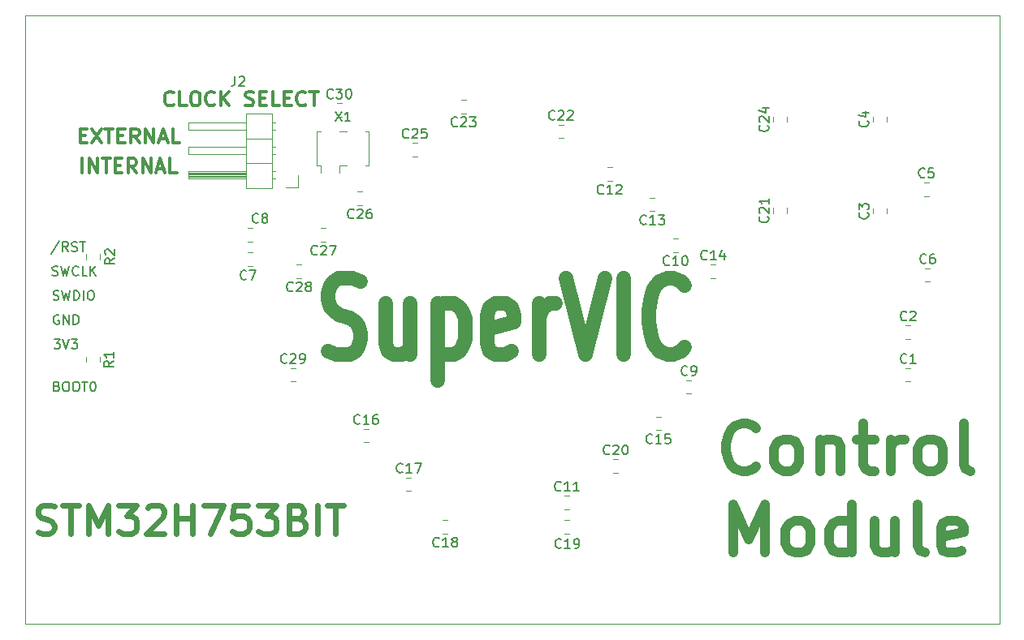
<source format=gbr>
G04 #@! TF.GenerationSoftware,KiCad,Pcbnew,(5.1.9)-1*
G04 #@! TF.CreationDate,2021-06-15T15:58:53-04:00*
G04 #@! TF.ProjectId,SuperVIC-STM32,53757065-7256-4494-932d-53544d33322e,rev?*
G04 #@! TF.SameCoordinates,Original*
G04 #@! TF.FileFunction,Legend,Top*
G04 #@! TF.FilePolarity,Positive*
%FSLAX46Y46*%
G04 Gerber Fmt 4.6, Leading zero omitted, Abs format (unit mm)*
G04 Created by KiCad (PCBNEW (5.1.9)-1) date 2021-06-15 15:58:53*
%MOMM*%
%LPD*%
G01*
G04 APERTURE LIST*
%ADD10C,0.300000*%
%ADD11C,0.150000*%
%ADD12C,1.000000*%
%ADD13C,0.600000*%
%ADD14C,1.500000*%
%ADD15C,0.120000*%
G04 APERTURE END LIST*
D10*
X134243571Y-106558471D02*
X134243571Y-105058471D01*
X134957857Y-106558471D02*
X134957857Y-105058471D01*
X135815000Y-106558471D01*
X135815000Y-105058471D01*
X136315000Y-105058471D02*
X137172142Y-105058471D01*
X136743571Y-106558471D02*
X136743571Y-105058471D01*
X137672142Y-105772757D02*
X138172142Y-105772757D01*
X138386428Y-106558471D02*
X137672142Y-106558471D01*
X137672142Y-105058471D01*
X138386428Y-105058471D01*
X139886428Y-106558471D02*
X139386428Y-105844185D01*
X139029285Y-106558471D02*
X139029285Y-105058471D01*
X139600714Y-105058471D01*
X139743571Y-105129900D01*
X139815000Y-105201328D01*
X139886428Y-105344185D01*
X139886428Y-105558471D01*
X139815000Y-105701328D01*
X139743571Y-105772757D01*
X139600714Y-105844185D01*
X139029285Y-105844185D01*
X140529285Y-106558471D02*
X140529285Y-105058471D01*
X141386428Y-106558471D01*
X141386428Y-105058471D01*
X142029285Y-106129900D02*
X142743571Y-106129900D01*
X141886428Y-106558471D02*
X142386428Y-105058471D01*
X142886428Y-106558471D01*
X144100714Y-106558471D02*
X143386428Y-106558471D01*
X143386428Y-105058471D01*
X134044371Y-102673957D02*
X134544371Y-102673957D01*
X134758657Y-103459671D02*
X134044371Y-103459671D01*
X134044371Y-101959671D01*
X134758657Y-101959671D01*
X135258657Y-101959671D02*
X136258657Y-103459671D01*
X136258657Y-101959671D02*
X135258657Y-103459671D01*
X136615800Y-101959671D02*
X137472942Y-101959671D01*
X137044371Y-103459671D02*
X137044371Y-101959671D01*
X137972942Y-102673957D02*
X138472942Y-102673957D01*
X138687228Y-103459671D02*
X137972942Y-103459671D01*
X137972942Y-101959671D01*
X138687228Y-101959671D01*
X140187228Y-103459671D02*
X139687228Y-102745385D01*
X139330085Y-103459671D02*
X139330085Y-101959671D01*
X139901514Y-101959671D01*
X140044371Y-102031100D01*
X140115800Y-102102528D01*
X140187228Y-102245385D01*
X140187228Y-102459671D01*
X140115800Y-102602528D01*
X140044371Y-102673957D01*
X139901514Y-102745385D01*
X139330085Y-102745385D01*
X140830085Y-103459671D02*
X140830085Y-101959671D01*
X141687228Y-103459671D01*
X141687228Y-101959671D01*
X142330085Y-103031100D02*
X143044371Y-103031100D01*
X142187228Y-103459671D02*
X142687228Y-101959671D01*
X143187228Y-103459671D01*
X144401514Y-103459671D02*
X143687228Y-103459671D01*
X143687228Y-101959671D01*
X143749000Y-99417914D02*
X143677571Y-99489342D01*
X143463285Y-99560771D01*
X143320428Y-99560771D01*
X143106142Y-99489342D01*
X142963285Y-99346485D01*
X142891857Y-99203628D01*
X142820428Y-98917914D01*
X142820428Y-98703628D01*
X142891857Y-98417914D01*
X142963285Y-98275057D01*
X143106142Y-98132200D01*
X143320428Y-98060771D01*
X143463285Y-98060771D01*
X143677571Y-98132200D01*
X143749000Y-98203628D01*
X145106142Y-99560771D02*
X144391857Y-99560771D01*
X144391857Y-98060771D01*
X145891857Y-98060771D02*
X146177571Y-98060771D01*
X146320428Y-98132200D01*
X146463285Y-98275057D01*
X146534714Y-98560771D01*
X146534714Y-99060771D01*
X146463285Y-99346485D01*
X146320428Y-99489342D01*
X146177571Y-99560771D01*
X145891857Y-99560771D01*
X145749000Y-99489342D01*
X145606142Y-99346485D01*
X145534714Y-99060771D01*
X145534714Y-98560771D01*
X145606142Y-98275057D01*
X145749000Y-98132200D01*
X145891857Y-98060771D01*
X148034714Y-99417914D02*
X147963285Y-99489342D01*
X147749000Y-99560771D01*
X147606142Y-99560771D01*
X147391857Y-99489342D01*
X147249000Y-99346485D01*
X147177571Y-99203628D01*
X147106142Y-98917914D01*
X147106142Y-98703628D01*
X147177571Y-98417914D01*
X147249000Y-98275057D01*
X147391857Y-98132200D01*
X147606142Y-98060771D01*
X147749000Y-98060771D01*
X147963285Y-98132200D01*
X148034714Y-98203628D01*
X148677571Y-99560771D02*
X148677571Y-98060771D01*
X149534714Y-99560771D02*
X148891857Y-98703628D01*
X149534714Y-98060771D02*
X148677571Y-98917914D01*
X151249000Y-99489342D02*
X151463285Y-99560771D01*
X151820428Y-99560771D01*
X151963285Y-99489342D01*
X152034714Y-99417914D01*
X152106142Y-99275057D01*
X152106142Y-99132200D01*
X152034714Y-98989342D01*
X151963285Y-98917914D01*
X151820428Y-98846485D01*
X151534714Y-98775057D01*
X151391857Y-98703628D01*
X151320428Y-98632200D01*
X151249000Y-98489342D01*
X151249000Y-98346485D01*
X151320428Y-98203628D01*
X151391857Y-98132200D01*
X151534714Y-98060771D01*
X151891857Y-98060771D01*
X152106142Y-98132200D01*
X152749000Y-98775057D02*
X153249000Y-98775057D01*
X153463285Y-99560771D02*
X152749000Y-99560771D01*
X152749000Y-98060771D01*
X153463285Y-98060771D01*
X154820428Y-99560771D02*
X154106142Y-99560771D01*
X154106142Y-98060771D01*
X155320428Y-98775057D02*
X155820428Y-98775057D01*
X156034714Y-99560771D02*
X155320428Y-99560771D01*
X155320428Y-98060771D01*
X156034714Y-98060771D01*
X157534714Y-99417914D02*
X157463285Y-99489342D01*
X157249000Y-99560771D01*
X157106142Y-99560771D01*
X156891857Y-99489342D01*
X156749000Y-99346485D01*
X156677571Y-99203628D01*
X156606142Y-98917914D01*
X156606142Y-98703628D01*
X156677571Y-98417914D01*
X156749000Y-98275057D01*
X156891857Y-98132200D01*
X157106142Y-98060771D01*
X157249000Y-98060771D01*
X157463285Y-98132200D01*
X157534714Y-98203628D01*
X157963285Y-98060771D02*
X158820428Y-98060771D01*
X158391857Y-99560771D02*
X158391857Y-98060771D01*
D11*
X131599404Y-128833571D02*
X131742261Y-128881190D01*
X131789880Y-128928809D01*
X131837499Y-129024047D01*
X131837499Y-129166904D01*
X131789880Y-129262142D01*
X131742261Y-129309761D01*
X131647023Y-129357380D01*
X131266071Y-129357380D01*
X131266071Y-128357380D01*
X131599404Y-128357380D01*
X131694642Y-128405000D01*
X131742261Y-128452619D01*
X131789880Y-128547857D01*
X131789880Y-128643095D01*
X131742261Y-128738333D01*
X131694642Y-128785952D01*
X131599404Y-128833571D01*
X131266071Y-128833571D01*
X132456547Y-128357380D02*
X132647023Y-128357380D01*
X132742261Y-128405000D01*
X132837499Y-128500238D01*
X132885118Y-128690714D01*
X132885118Y-129024047D01*
X132837499Y-129214523D01*
X132742261Y-129309761D01*
X132647023Y-129357380D01*
X132456547Y-129357380D01*
X132361309Y-129309761D01*
X132266071Y-129214523D01*
X132218452Y-129024047D01*
X132218452Y-128690714D01*
X132266071Y-128500238D01*
X132361309Y-128405000D01*
X132456547Y-128357380D01*
X133504166Y-128357380D02*
X133694642Y-128357380D01*
X133789880Y-128405000D01*
X133885118Y-128500238D01*
X133932737Y-128690714D01*
X133932737Y-129024047D01*
X133885118Y-129214523D01*
X133789880Y-129309761D01*
X133694642Y-129357380D01*
X133504166Y-129357380D01*
X133408928Y-129309761D01*
X133313690Y-129214523D01*
X133266071Y-129024047D01*
X133266071Y-128690714D01*
X133313690Y-128500238D01*
X133408928Y-128405000D01*
X133504166Y-128357380D01*
X134218452Y-128357380D02*
X134789880Y-128357380D01*
X134504166Y-129357380D02*
X134504166Y-128357380D01*
X135313690Y-128357380D02*
X135408928Y-128357380D01*
X135504166Y-128405000D01*
X135551785Y-128452619D01*
X135599404Y-128547857D01*
X135647023Y-128738333D01*
X135647023Y-128976428D01*
X135599404Y-129166904D01*
X135551785Y-129262142D01*
X135504166Y-129309761D01*
X135408928Y-129357380D01*
X135313690Y-129357380D01*
X135218452Y-129309761D01*
X135170833Y-129262142D01*
X135123214Y-129166904D01*
X135075595Y-128976428D01*
X135075595Y-128738333D01*
X135123214Y-128547857D01*
X135170833Y-128452619D01*
X135218452Y-128405000D01*
X135313690Y-128357380D01*
X131313452Y-123912380D02*
X131932499Y-123912380D01*
X131599166Y-124293333D01*
X131742023Y-124293333D01*
X131837261Y-124340952D01*
X131884880Y-124388571D01*
X131932499Y-124483809D01*
X131932499Y-124721904D01*
X131884880Y-124817142D01*
X131837261Y-124864761D01*
X131742023Y-124912380D01*
X131456309Y-124912380D01*
X131361071Y-124864761D01*
X131313452Y-124817142D01*
X132218214Y-123912380D02*
X132551547Y-124912380D01*
X132884880Y-123912380D01*
X133122975Y-123912380D02*
X133742023Y-123912380D01*
X133408690Y-124293333D01*
X133551547Y-124293333D01*
X133646785Y-124340952D01*
X133694404Y-124388571D01*
X133742023Y-124483809D01*
X133742023Y-124721904D01*
X133694404Y-124817142D01*
X133646785Y-124864761D01*
X133551547Y-124912380D01*
X133265833Y-124912380D01*
X133170595Y-124864761D01*
X133122975Y-124817142D01*
X131796404Y-121420000D02*
X131701166Y-121372380D01*
X131558309Y-121372380D01*
X131415452Y-121420000D01*
X131320214Y-121515238D01*
X131272595Y-121610476D01*
X131224976Y-121800952D01*
X131224976Y-121943809D01*
X131272595Y-122134285D01*
X131320214Y-122229523D01*
X131415452Y-122324761D01*
X131558309Y-122372380D01*
X131653547Y-122372380D01*
X131796404Y-122324761D01*
X131844023Y-122277142D01*
X131844023Y-121943809D01*
X131653547Y-121943809D01*
X132272595Y-122372380D02*
X132272595Y-121372380D01*
X132844023Y-122372380D01*
X132844023Y-121372380D01*
X133320214Y-122372380D02*
X133320214Y-121372380D01*
X133558309Y-121372380D01*
X133701166Y-121420000D01*
X133796404Y-121515238D01*
X133844023Y-121610476D01*
X133891642Y-121800952D01*
X133891642Y-121943809D01*
X133844023Y-122134285D01*
X133796404Y-122229523D01*
X133701166Y-122324761D01*
X133558309Y-122372380D01*
X133320214Y-122372380D01*
X131224976Y-119784761D02*
X131367833Y-119832380D01*
X131605928Y-119832380D01*
X131701166Y-119784761D01*
X131748785Y-119737142D01*
X131796404Y-119641904D01*
X131796404Y-119546666D01*
X131748785Y-119451428D01*
X131701166Y-119403809D01*
X131605928Y-119356190D01*
X131415452Y-119308571D01*
X131320214Y-119260952D01*
X131272595Y-119213333D01*
X131224976Y-119118095D01*
X131224976Y-119022857D01*
X131272595Y-118927619D01*
X131320214Y-118880000D01*
X131415452Y-118832380D01*
X131653547Y-118832380D01*
X131796404Y-118880000D01*
X132129738Y-118832380D02*
X132367833Y-119832380D01*
X132558309Y-119118095D01*
X132748785Y-119832380D01*
X132986880Y-118832380D01*
X133367833Y-119832380D02*
X133367833Y-118832380D01*
X133605928Y-118832380D01*
X133748785Y-118880000D01*
X133844023Y-118975238D01*
X133891642Y-119070476D01*
X133939261Y-119260952D01*
X133939261Y-119403809D01*
X133891642Y-119594285D01*
X133844023Y-119689523D01*
X133748785Y-119784761D01*
X133605928Y-119832380D01*
X133367833Y-119832380D01*
X134367833Y-119832380D02*
X134367833Y-118832380D01*
X135034500Y-118832380D02*
X135224976Y-118832380D01*
X135320214Y-118880000D01*
X135415452Y-118975238D01*
X135463071Y-119165714D01*
X135463071Y-119499047D01*
X135415452Y-119689523D01*
X135320214Y-119784761D01*
X135224976Y-119832380D01*
X135034500Y-119832380D01*
X134939261Y-119784761D01*
X134844023Y-119689523D01*
X134796404Y-119499047D01*
X134796404Y-119165714D01*
X134844023Y-118975238D01*
X134939261Y-118880000D01*
X135034500Y-118832380D01*
X131123214Y-117244761D02*
X131266071Y-117292380D01*
X131504166Y-117292380D01*
X131599404Y-117244761D01*
X131647023Y-117197142D01*
X131694642Y-117101904D01*
X131694642Y-117006666D01*
X131647023Y-116911428D01*
X131599404Y-116863809D01*
X131504166Y-116816190D01*
X131313690Y-116768571D01*
X131218452Y-116720952D01*
X131170833Y-116673333D01*
X131123214Y-116578095D01*
X131123214Y-116482857D01*
X131170833Y-116387619D01*
X131218452Y-116340000D01*
X131313690Y-116292380D01*
X131551785Y-116292380D01*
X131694642Y-116340000D01*
X132027976Y-116292380D02*
X132266071Y-117292380D01*
X132456547Y-116578095D01*
X132647023Y-117292380D01*
X132885118Y-116292380D01*
X133837499Y-117197142D02*
X133789880Y-117244761D01*
X133647023Y-117292380D01*
X133551785Y-117292380D01*
X133408928Y-117244761D01*
X133313690Y-117149523D01*
X133266071Y-117054285D01*
X133218452Y-116863809D01*
X133218452Y-116720952D01*
X133266071Y-116530476D01*
X133313690Y-116435238D01*
X133408928Y-116340000D01*
X133551785Y-116292380D01*
X133647023Y-116292380D01*
X133789880Y-116340000D01*
X133837499Y-116387619D01*
X134742261Y-117292380D02*
X134266071Y-117292380D01*
X134266071Y-116292380D01*
X135075595Y-117292380D02*
X135075595Y-116292380D01*
X135647023Y-117292380D02*
X135218452Y-116720952D01*
X135647023Y-116292380D02*
X135075595Y-116863809D01*
X131859880Y-113704761D02*
X131002738Y-114990476D01*
X132764642Y-114752380D02*
X132431309Y-114276190D01*
X132193214Y-114752380D02*
X132193214Y-113752380D01*
X132574166Y-113752380D01*
X132669404Y-113800000D01*
X132717023Y-113847619D01*
X132764642Y-113942857D01*
X132764642Y-114085714D01*
X132717023Y-114180952D01*
X132669404Y-114228571D01*
X132574166Y-114276190D01*
X132193214Y-114276190D01*
X133145595Y-114704761D02*
X133288452Y-114752380D01*
X133526547Y-114752380D01*
X133621785Y-114704761D01*
X133669404Y-114657142D01*
X133717023Y-114561904D01*
X133717023Y-114466666D01*
X133669404Y-114371428D01*
X133621785Y-114323809D01*
X133526547Y-114276190D01*
X133336071Y-114228571D01*
X133240833Y-114180952D01*
X133193214Y-114133333D01*
X133145595Y-114038095D01*
X133145595Y-113942857D01*
X133193214Y-113847619D01*
X133240833Y-113800000D01*
X133336071Y-113752380D01*
X133574166Y-113752380D01*
X133717023Y-113800000D01*
X134002738Y-113752380D02*
X134574166Y-113752380D01*
X134288452Y-114752380D02*
X134288452Y-113752380D01*
D12*
X204471190Y-137235714D02*
X204233095Y-137473809D01*
X203518809Y-137711904D01*
X203042619Y-137711904D01*
X202328333Y-137473809D01*
X201852142Y-136997619D01*
X201614047Y-136521428D01*
X201375952Y-135569047D01*
X201375952Y-134854761D01*
X201614047Y-133902380D01*
X201852142Y-133426190D01*
X202328333Y-132950000D01*
X203042619Y-132711904D01*
X203518809Y-132711904D01*
X204233095Y-132950000D01*
X204471190Y-133188095D01*
X207328333Y-137711904D02*
X206852142Y-137473809D01*
X206614047Y-137235714D01*
X206375952Y-136759523D01*
X206375952Y-135330952D01*
X206614047Y-134854761D01*
X206852142Y-134616666D01*
X207328333Y-134378571D01*
X208042619Y-134378571D01*
X208518809Y-134616666D01*
X208756904Y-134854761D01*
X208995000Y-135330952D01*
X208995000Y-136759523D01*
X208756904Y-137235714D01*
X208518809Y-137473809D01*
X208042619Y-137711904D01*
X207328333Y-137711904D01*
X211137857Y-134378571D02*
X211137857Y-137711904D01*
X211137857Y-134854761D02*
X211375952Y-134616666D01*
X211852142Y-134378571D01*
X212566428Y-134378571D01*
X213042619Y-134616666D01*
X213280714Y-135092857D01*
X213280714Y-137711904D01*
X214947380Y-134378571D02*
X216852142Y-134378571D01*
X215661666Y-132711904D02*
X215661666Y-136997619D01*
X215899761Y-137473809D01*
X216375952Y-137711904D01*
X216852142Y-137711904D01*
X218518809Y-137711904D02*
X218518809Y-134378571D01*
X218518809Y-135330952D02*
X218756904Y-134854761D01*
X218995000Y-134616666D01*
X219471190Y-134378571D01*
X219947380Y-134378571D01*
X222328333Y-137711904D02*
X221852142Y-137473809D01*
X221614047Y-137235714D01*
X221375952Y-136759523D01*
X221375952Y-135330952D01*
X221614047Y-134854761D01*
X221852142Y-134616666D01*
X222328333Y-134378571D01*
X223042619Y-134378571D01*
X223518809Y-134616666D01*
X223756904Y-134854761D01*
X223995000Y-135330952D01*
X223995000Y-136759523D01*
X223756904Y-137235714D01*
X223518809Y-137473809D01*
X223042619Y-137711904D01*
X222328333Y-137711904D01*
X226852142Y-137711904D02*
X226375952Y-137473809D01*
X226137857Y-136997619D01*
X226137857Y-132711904D01*
X202090238Y-146211904D02*
X202090238Y-141211904D01*
X203756904Y-144783333D01*
X205423571Y-141211904D01*
X205423571Y-146211904D01*
X208518809Y-146211904D02*
X208042619Y-145973809D01*
X207804523Y-145735714D01*
X207566428Y-145259523D01*
X207566428Y-143830952D01*
X207804523Y-143354761D01*
X208042619Y-143116666D01*
X208518809Y-142878571D01*
X209233095Y-142878571D01*
X209709285Y-143116666D01*
X209947380Y-143354761D01*
X210185476Y-143830952D01*
X210185476Y-145259523D01*
X209947380Y-145735714D01*
X209709285Y-145973809D01*
X209233095Y-146211904D01*
X208518809Y-146211904D01*
X214471190Y-146211904D02*
X214471190Y-141211904D01*
X214471190Y-145973809D02*
X213995000Y-146211904D01*
X213042619Y-146211904D01*
X212566428Y-145973809D01*
X212328333Y-145735714D01*
X212090238Y-145259523D01*
X212090238Y-143830952D01*
X212328333Y-143354761D01*
X212566428Y-143116666D01*
X213042619Y-142878571D01*
X213995000Y-142878571D01*
X214471190Y-143116666D01*
X218995000Y-142878571D02*
X218995000Y-146211904D01*
X216852142Y-142878571D02*
X216852142Y-145497619D01*
X217090238Y-145973809D01*
X217566428Y-146211904D01*
X218280714Y-146211904D01*
X218756904Y-145973809D01*
X218995000Y-145735714D01*
X222090238Y-146211904D02*
X221614047Y-145973809D01*
X221375952Y-145497619D01*
X221375952Y-141211904D01*
X225899761Y-145973809D02*
X225423571Y-146211904D01*
X224471190Y-146211904D01*
X223995000Y-145973809D01*
X223756904Y-145497619D01*
X223756904Y-143592857D01*
X223995000Y-143116666D01*
X224471190Y-142878571D01*
X225423571Y-142878571D01*
X225899761Y-143116666D01*
X226137857Y-143592857D01*
X226137857Y-144069047D01*
X223756904Y-144545238D01*
D13*
X129629285Y-144089285D02*
X130057857Y-144232142D01*
X130772142Y-144232142D01*
X131057857Y-144089285D01*
X131200714Y-143946428D01*
X131343571Y-143660714D01*
X131343571Y-143375000D01*
X131200714Y-143089285D01*
X131057857Y-142946428D01*
X130772142Y-142803571D01*
X130200714Y-142660714D01*
X129914999Y-142517857D01*
X129772142Y-142375000D01*
X129629285Y-142089285D01*
X129629285Y-141803571D01*
X129772142Y-141517857D01*
X129914999Y-141375000D01*
X130200714Y-141232142D01*
X130914999Y-141232142D01*
X131343571Y-141375000D01*
X132200714Y-141232142D02*
X133914999Y-141232142D01*
X133057857Y-144232142D02*
X133057857Y-141232142D01*
X134915000Y-144232142D02*
X134915000Y-141232142D01*
X135915000Y-143375000D01*
X136915000Y-141232142D01*
X136915000Y-144232142D01*
X138057857Y-141232142D02*
X139915000Y-141232142D01*
X138915000Y-142375000D01*
X139343571Y-142375000D01*
X139629285Y-142517857D01*
X139772142Y-142660714D01*
X139915000Y-142946428D01*
X139915000Y-143660714D01*
X139772142Y-143946428D01*
X139629285Y-144089285D01*
X139343571Y-144232142D01*
X138486428Y-144232142D01*
X138200714Y-144089285D01*
X138057857Y-143946428D01*
X141057857Y-141517857D02*
X141200714Y-141375000D01*
X141486428Y-141232142D01*
X142200714Y-141232142D01*
X142486428Y-141375000D01*
X142629285Y-141517857D01*
X142772142Y-141803571D01*
X142772142Y-142089285D01*
X142629285Y-142517857D01*
X140915000Y-144232142D01*
X142772142Y-144232142D01*
X144057857Y-144232142D02*
X144057857Y-141232142D01*
X144057857Y-142660714D02*
X145772142Y-142660714D01*
X145772142Y-144232142D02*
X145772142Y-141232142D01*
X146915000Y-141232142D02*
X148915000Y-141232142D01*
X147629285Y-144232142D01*
X151486428Y-141232142D02*
X150057857Y-141232142D01*
X149915000Y-142660714D01*
X150057857Y-142517857D01*
X150343571Y-142375000D01*
X151057857Y-142375000D01*
X151343571Y-142517857D01*
X151486428Y-142660714D01*
X151629285Y-142946428D01*
X151629285Y-143660714D01*
X151486428Y-143946428D01*
X151343571Y-144089285D01*
X151057857Y-144232142D01*
X150343571Y-144232142D01*
X150057857Y-144089285D01*
X149915000Y-143946428D01*
X152629285Y-141232142D02*
X154486428Y-141232142D01*
X153486428Y-142375000D01*
X153915000Y-142375000D01*
X154200714Y-142517857D01*
X154343571Y-142660714D01*
X154486428Y-142946428D01*
X154486428Y-143660714D01*
X154343571Y-143946428D01*
X154200714Y-144089285D01*
X153915000Y-144232142D01*
X153057857Y-144232142D01*
X152772142Y-144089285D01*
X152629285Y-143946428D01*
X156772142Y-142660714D02*
X157200714Y-142803571D01*
X157343571Y-142946428D01*
X157486428Y-143232142D01*
X157486428Y-143660714D01*
X157343571Y-143946428D01*
X157200714Y-144089285D01*
X156915000Y-144232142D01*
X155772142Y-144232142D01*
X155772142Y-141232142D01*
X156772142Y-141232142D01*
X157057857Y-141375000D01*
X157200714Y-141517857D01*
X157343571Y-141803571D01*
X157343571Y-142089285D01*
X157200714Y-142375000D01*
X157057857Y-142517857D01*
X156772142Y-142660714D01*
X155772142Y-142660714D01*
X158772142Y-144232142D02*
X158772142Y-141232142D01*
X159772142Y-141232142D02*
X161486428Y-141232142D01*
X160629285Y-144232142D02*
X160629285Y-141232142D01*
D14*
X159863571Y-125158095D02*
X160720714Y-125539047D01*
X162149285Y-125539047D01*
X162720714Y-125158095D01*
X163006428Y-124777142D01*
X163292142Y-124015238D01*
X163292142Y-123253333D01*
X163006428Y-122491428D01*
X162720714Y-122110476D01*
X162149285Y-121729523D01*
X161006428Y-121348571D01*
X160435000Y-120967619D01*
X160149285Y-120586666D01*
X159863571Y-119824761D01*
X159863571Y-119062857D01*
X160149285Y-118300952D01*
X160435000Y-117920000D01*
X161006428Y-117539047D01*
X162435000Y-117539047D01*
X163292142Y-117920000D01*
X168435000Y-120205714D02*
X168435000Y-125539047D01*
X165863571Y-120205714D02*
X165863571Y-124396190D01*
X166149285Y-125158095D01*
X166720714Y-125539047D01*
X167577857Y-125539047D01*
X168149285Y-125158095D01*
X168435000Y-124777142D01*
X171292142Y-120205714D02*
X171292142Y-128205714D01*
X171292142Y-120586666D02*
X171863571Y-120205714D01*
X173006428Y-120205714D01*
X173577857Y-120586666D01*
X173863571Y-120967619D01*
X174149285Y-121729523D01*
X174149285Y-124015238D01*
X173863571Y-124777142D01*
X173577857Y-125158095D01*
X173006428Y-125539047D01*
X171863571Y-125539047D01*
X171292142Y-125158095D01*
X179006428Y-125158095D02*
X178435000Y-125539047D01*
X177292142Y-125539047D01*
X176720714Y-125158095D01*
X176435000Y-124396190D01*
X176435000Y-121348571D01*
X176720714Y-120586666D01*
X177292142Y-120205714D01*
X178435000Y-120205714D01*
X179006428Y-120586666D01*
X179292142Y-121348571D01*
X179292142Y-122110476D01*
X176435000Y-122872380D01*
X181863571Y-125539047D02*
X181863571Y-120205714D01*
X181863571Y-121729523D02*
X182149285Y-120967619D01*
X182435000Y-120586666D01*
X183006428Y-120205714D01*
X183577857Y-120205714D01*
X184720714Y-117539047D02*
X186720714Y-125539047D01*
X188720714Y-117539047D01*
X190720714Y-125539047D02*
X190720714Y-117539047D01*
X197006428Y-124777142D02*
X196720714Y-125158095D01*
X195863571Y-125539047D01*
X195292142Y-125539047D01*
X194435000Y-125158095D01*
X193863571Y-124396190D01*
X193577857Y-123634285D01*
X193292142Y-122110476D01*
X193292142Y-120967619D01*
X193577857Y-119443809D01*
X193863571Y-118681904D01*
X194435000Y-117920000D01*
X195292142Y-117539047D01*
X195863571Y-117539047D01*
X196720714Y-117920000D01*
X197006428Y-118300952D01*
D15*
X220083748Y-128345000D02*
X220606252Y-128345000D01*
X220083748Y-126925000D02*
X220606252Y-126925000D01*
X220083748Y-122480000D02*
X220606252Y-122480000D01*
X220083748Y-123900000D02*
X220606252Y-123900000D01*
X216714000Y-110814752D02*
X216714000Y-110292248D01*
X218134000Y-110814752D02*
X218134000Y-110292248D01*
X218134000Y-101226252D02*
X218134000Y-100703748D01*
X216714000Y-101226252D02*
X216714000Y-100703748D01*
X221988748Y-108977500D02*
X222511252Y-108977500D01*
X221988748Y-107557500D02*
X222511252Y-107557500D01*
X222115748Y-116511000D02*
X222638252Y-116511000D01*
X222115748Y-117931000D02*
X222638252Y-117931000D01*
X152026252Y-112320000D02*
X151503748Y-112320000D01*
X152026252Y-113740000D02*
X151503748Y-113740000D01*
X151503748Y-114860000D02*
X152026252Y-114860000D01*
X151503748Y-116280000D02*
X152026252Y-116280000D01*
X197223748Y-128195000D02*
X197746252Y-128195000D01*
X197223748Y-129615000D02*
X197746252Y-129615000D01*
X196349252Y-114819500D02*
X195826748Y-114819500D01*
X196349252Y-113399500D02*
X195826748Y-113399500D01*
X184523748Y-141680000D02*
X185046252Y-141680000D01*
X184523748Y-140260000D02*
X185046252Y-140260000D01*
X189491252Y-105970000D02*
X188968748Y-105970000D01*
X189491252Y-107390000D02*
X188968748Y-107390000D01*
X193936252Y-110565000D02*
X193413748Y-110565000D01*
X193936252Y-109145000D02*
X193413748Y-109145000D01*
X199763748Y-117550000D02*
X200286252Y-117550000D01*
X199763748Y-116130000D02*
X200286252Y-116130000D01*
X194571252Y-132005000D02*
X194048748Y-132005000D01*
X194571252Y-133425000D02*
X194048748Y-133425000D01*
X163568748Y-133275000D02*
X164091252Y-133275000D01*
X163568748Y-134695000D02*
X164091252Y-134695000D01*
X168013748Y-138355000D02*
X168536252Y-138355000D01*
X168013748Y-139775000D02*
X168536252Y-139775000D01*
X172346252Y-142800000D02*
X171823748Y-142800000D01*
X172346252Y-144220000D02*
X171823748Y-144220000D01*
X184523748Y-144220000D02*
X185046252Y-144220000D01*
X184523748Y-142800000D02*
X185046252Y-142800000D01*
X189603748Y-136450000D02*
X190126252Y-136450000D01*
X189603748Y-137870000D02*
X190126252Y-137870000D01*
X206300000Y-110751252D02*
X206300000Y-110228748D01*
X207720000Y-110751252D02*
X207720000Y-110228748D01*
X183888748Y-102945000D02*
X184411252Y-102945000D01*
X183888748Y-101525000D02*
X184411252Y-101525000D01*
X174251252Y-98921500D02*
X173728748Y-98921500D01*
X174251252Y-100341500D02*
X173728748Y-100341500D01*
X206300000Y-101226252D02*
X206300000Y-100703748D01*
X207720000Y-101226252D02*
X207720000Y-100703748D01*
X168648748Y-103430000D02*
X169171252Y-103430000D01*
X168648748Y-104850000D02*
X169171252Y-104850000D01*
X163456252Y-108510000D02*
X162933748Y-108510000D01*
X163456252Y-109930000D02*
X162933748Y-109930000D01*
X159646252Y-112320000D02*
X159123748Y-112320000D01*
X159646252Y-113740000D02*
X159123748Y-113740000D01*
X157106252Y-117550000D02*
X156583748Y-117550000D01*
X157106252Y-116130000D02*
X156583748Y-116130000D01*
X155948748Y-128345000D02*
X156471252Y-128345000D01*
X155948748Y-126925000D02*
X156471252Y-126925000D01*
X134672000Y-125786248D02*
X134672000Y-126308752D01*
X136092000Y-125786248D02*
X136092000Y-126308752D01*
X134672000Y-115577252D02*
X134672000Y-115054748D01*
X136092000Y-115577252D02*
X136092000Y-115054748D01*
X160774748Y-100722500D02*
X161297252Y-100722500D01*
X160774748Y-99302500D02*
X161297252Y-99302500D01*
X156718000Y-108064300D02*
X155448000Y-108064300D01*
X156718000Y-106794300D02*
X156718000Y-108064300D01*
X154405071Y-101334300D02*
X154008000Y-101334300D01*
X154405071Y-102094300D02*
X154008000Y-102094300D01*
X145348000Y-101334300D02*
X151348000Y-101334300D01*
X145348000Y-102094300D02*
X145348000Y-101334300D01*
X151348000Y-102094300D02*
X145348000Y-102094300D01*
X154008000Y-102984300D02*
X151348000Y-102984300D01*
X154405071Y-103874300D02*
X154008000Y-103874300D01*
X154405071Y-104634300D02*
X154008000Y-104634300D01*
X145348000Y-103874300D02*
X151348000Y-103874300D01*
X145348000Y-104634300D02*
X145348000Y-103874300D01*
X151348000Y-104634300D02*
X145348000Y-104634300D01*
X154008000Y-105524300D02*
X151348000Y-105524300D01*
X154338000Y-106414300D02*
X154008000Y-106414300D01*
X154338000Y-107174300D02*
X154008000Y-107174300D01*
X151348000Y-106514300D02*
X145348000Y-106514300D01*
X151348000Y-106634300D02*
X145348000Y-106634300D01*
X151348000Y-106754300D02*
X145348000Y-106754300D01*
X151348000Y-106874300D02*
X145348000Y-106874300D01*
X151348000Y-106994300D02*
X145348000Y-106994300D01*
X151348000Y-107114300D02*
X145348000Y-107114300D01*
X145348000Y-106414300D02*
X151348000Y-106414300D01*
X145348000Y-107174300D02*
X145348000Y-106414300D01*
X151348000Y-107174300D02*
X145348000Y-107174300D01*
X151348000Y-108124300D02*
X154008000Y-108124300D01*
X151348000Y-100384300D02*
X151348000Y-108124300D01*
X154008000Y-100384300D02*
X151348000Y-100384300D01*
X154008000Y-108124300D02*
X154008000Y-100384300D01*
X163727000Y-102213000D02*
X164117000Y-102213000D01*
X164117000Y-102213000D02*
X164117000Y-105813000D01*
X164117000Y-105813000D02*
X163727000Y-105813000D01*
X161047000Y-102213000D02*
X161787000Y-102213000D01*
X159107000Y-106513000D02*
X159107000Y-105813000D01*
X159107000Y-105813000D02*
X158717000Y-105813000D01*
X158717000Y-105813000D02*
X158717000Y-102213000D01*
X158717000Y-102213000D02*
X159107000Y-102213000D01*
X161787000Y-105813000D02*
X161047000Y-105813000D01*
X161047000Y-105813000D02*
X161047000Y-106513000D01*
X229870000Y-153670000D02*
X128270000Y-153670000D01*
X128270000Y-153670000D02*
X128270000Y-90170000D01*
X128270000Y-90170000D02*
X229870000Y-90170000D01*
X229870000Y-90170000D02*
X229870000Y-153670000D01*
D11*
X220178333Y-126342142D02*
X220130714Y-126389761D01*
X219987857Y-126437380D01*
X219892619Y-126437380D01*
X219749761Y-126389761D01*
X219654523Y-126294523D01*
X219606904Y-126199285D01*
X219559285Y-126008809D01*
X219559285Y-125865952D01*
X219606904Y-125675476D01*
X219654523Y-125580238D01*
X219749761Y-125485000D01*
X219892619Y-125437380D01*
X219987857Y-125437380D01*
X220130714Y-125485000D01*
X220178333Y-125532619D01*
X221130714Y-126437380D02*
X220559285Y-126437380D01*
X220845000Y-126437380D02*
X220845000Y-125437380D01*
X220749761Y-125580238D01*
X220654523Y-125675476D01*
X220559285Y-125723095D01*
X220178333Y-121897142D02*
X220130714Y-121944761D01*
X219987857Y-121992380D01*
X219892619Y-121992380D01*
X219749761Y-121944761D01*
X219654523Y-121849523D01*
X219606904Y-121754285D01*
X219559285Y-121563809D01*
X219559285Y-121420952D01*
X219606904Y-121230476D01*
X219654523Y-121135238D01*
X219749761Y-121040000D01*
X219892619Y-120992380D01*
X219987857Y-120992380D01*
X220130714Y-121040000D01*
X220178333Y-121087619D01*
X220559285Y-121087619D02*
X220606904Y-121040000D01*
X220702142Y-120992380D01*
X220940238Y-120992380D01*
X221035476Y-121040000D01*
X221083095Y-121087619D01*
X221130714Y-121182857D01*
X221130714Y-121278095D01*
X221083095Y-121420952D01*
X220511666Y-121992380D01*
X221130714Y-121992380D01*
X216131142Y-110720166D02*
X216178761Y-110767785D01*
X216226380Y-110910642D01*
X216226380Y-111005880D01*
X216178761Y-111148738D01*
X216083523Y-111243976D01*
X215988285Y-111291595D01*
X215797809Y-111339214D01*
X215654952Y-111339214D01*
X215464476Y-111291595D01*
X215369238Y-111243976D01*
X215274000Y-111148738D01*
X215226380Y-111005880D01*
X215226380Y-110910642D01*
X215274000Y-110767785D01*
X215321619Y-110720166D01*
X215226380Y-110386833D02*
X215226380Y-109767785D01*
X215607333Y-110101119D01*
X215607333Y-109958261D01*
X215654952Y-109863023D01*
X215702571Y-109815404D01*
X215797809Y-109767785D01*
X216035904Y-109767785D01*
X216131142Y-109815404D01*
X216178761Y-109863023D01*
X216226380Y-109958261D01*
X216226380Y-110243976D01*
X216178761Y-110339214D01*
X216131142Y-110386833D01*
X216131142Y-101131666D02*
X216178761Y-101179285D01*
X216226380Y-101322142D01*
X216226380Y-101417380D01*
X216178761Y-101560238D01*
X216083523Y-101655476D01*
X215988285Y-101703095D01*
X215797809Y-101750714D01*
X215654952Y-101750714D01*
X215464476Y-101703095D01*
X215369238Y-101655476D01*
X215274000Y-101560238D01*
X215226380Y-101417380D01*
X215226380Y-101322142D01*
X215274000Y-101179285D01*
X215321619Y-101131666D01*
X215559714Y-100274523D02*
X216226380Y-100274523D01*
X215178761Y-100512619D02*
X215893047Y-100750714D01*
X215893047Y-100131666D01*
X222083333Y-106974642D02*
X222035714Y-107022261D01*
X221892857Y-107069880D01*
X221797619Y-107069880D01*
X221654761Y-107022261D01*
X221559523Y-106927023D01*
X221511904Y-106831785D01*
X221464285Y-106641309D01*
X221464285Y-106498452D01*
X221511904Y-106307976D01*
X221559523Y-106212738D01*
X221654761Y-106117500D01*
X221797619Y-106069880D01*
X221892857Y-106069880D01*
X222035714Y-106117500D01*
X222083333Y-106165119D01*
X222988095Y-106069880D02*
X222511904Y-106069880D01*
X222464285Y-106546071D01*
X222511904Y-106498452D01*
X222607142Y-106450833D01*
X222845238Y-106450833D01*
X222940476Y-106498452D01*
X222988095Y-106546071D01*
X223035714Y-106641309D01*
X223035714Y-106879404D01*
X222988095Y-106974642D01*
X222940476Y-107022261D01*
X222845238Y-107069880D01*
X222607142Y-107069880D01*
X222511904Y-107022261D01*
X222464285Y-106974642D01*
X222210333Y-115928142D02*
X222162714Y-115975761D01*
X222019857Y-116023380D01*
X221924619Y-116023380D01*
X221781761Y-115975761D01*
X221686523Y-115880523D01*
X221638904Y-115785285D01*
X221591285Y-115594809D01*
X221591285Y-115451952D01*
X221638904Y-115261476D01*
X221686523Y-115166238D01*
X221781761Y-115071000D01*
X221924619Y-115023380D01*
X222019857Y-115023380D01*
X222162714Y-115071000D01*
X222210333Y-115118619D01*
X223067476Y-115023380D02*
X222877000Y-115023380D01*
X222781761Y-115071000D01*
X222734142Y-115118619D01*
X222638904Y-115261476D01*
X222591285Y-115451952D01*
X222591285Y-115832904D01*
X222638904Y-115928142D01*
X222686523Y-115975761D01*
X222781761Y-116023380D01*
X222972238Y-116023380D01*
X223067476Y-115975761D01*
X223115095Y-115928142D01*
X223162714Y-115832904D01*
X223162714Y-115594809D01*
X223115095Y-115499571D01*
X223067476Y-115451952D01*
X222972238Y-115404333D01*
X222781761Y-115404333D01*
X222686523Y-115451952D01*
X222638904Y-115499571D01*
X222591285Y-115594809D01*
X151357033Y-117616242D02*
X151309414Y-117663861D01*
X151166557Y-117711480D01*
X151071319Y-117711480D01*
X150928461Y-117663861D01*
X150833223Y-117568623D01*
X150785604Y-117473385D01*
X150737985Y-117282909D01*
X150737985Y-117140052D01*
X150785604Y-116949576D01*
X150833223Y-116854338D01*
X150928461Y-116759100D01*
X151071319Y-116711480D01*
X151166557Y-116711480D01*
X151309414Y-116759100D01*
X151357033Y-116806719D01*
X151690366Y-116711480D02*
X152357033Y-116711480D01*
X151928461Y-117711480D01*
X152601633Y-111698042D02*
X152554014Y-111745661D01*
X152411157Y-111793280D01*
X152315919Y-111793280D01*
X152173061Y-111745661D01*
X152077823Y-111650423D01*
X152030204Y-111555185D01*
X151982585Y-111364709D01*
X151982585Y-111221852D01*
X152030204Y-111031376D01*
X152077823Y-110936138D01*
X152173061Y-110840900D01*
X152315919Y-110793280D01*
X152411157Y-110793280D01*
X152554014Y-110840900D01*
X152601633Y-110888519D01*
X153173061Y-111221852D02*
X153077823Y-111174233D01*
X153030204Y-111126614D01*
X152982585Y-111031376D01*
X152982585Y-110983757D01*
X153030204Y-110888519D01*
X153077823Y-110840900D01*
X153173061Y-110793280D01*
X153363538Y-110793280D01*
X153458776Y-110840900D01*
X153506395Y-110888519D01*
X153554014Y-110983757D01*
X153554014Y-111031376D01*
X153506395Y-111126614D01*
X153458776Y-111174233D01*
X153363538Y-111221852D01*
X153173061Y-111221852D01*
X153077823Y-111269471D01*
X153030204Y-111317090D01*
X152982585Y-111412328D01*
X152982585Y-111602804D01*
X153030204Y-111698042D01*
X153077823Y-111745661D01*
X153173061Y-111793280D01*
X153363538Y-111793280D01*
X153458776Y-111745661D01*
X153506395Y-111698042D01*
X153554014Y-111602804D01*
X153554014Y-111412328D01*
X153506395Y-111317090D01*
X153458776Y-111269471D01*
X153363538Y-111221852D01*
X197318333Y-127612142D02*
X197270714Y-127659761D01*
X197127857Y-127707380D01*
X197032619Y-127707380D01*
X196889761Y-127659761D01*
X196794523Y-127564523D01*
X196746904Y-127469285D01*
X196699285Y-127278809D01*
X196699285Y-127135952D01*
X196746904Y-126945476D01*
X196794523Y-126850238D01*
X196889761Y-126755000D01*
X197032619Y-126707380D01*
X197127857Y-126707380D01*
X197270714Y-126755000D01*
X197318333Y-126802619D01*
X197794523Y-127707380D02*
X197985000Y-127707380D01*
X198080238Y-127659761D01*
X198127857Y-127612142D01*
X198223095Y-127469285D01*
X198270714Y-127278809D01*
X198270714Y-126897857D01*
X198223095Y-126802619D01*
X198175476Y-126755000D01*
X198080238Y-126707380D01*
X197889761Y-126707380D01*
X197794523Y-126755000D01*
X197746904Y-126802619D01*
X197699285Y-126897857D01*
X197699285Y-127135952D01*
X197746904Y-127231190D01*
X197794523Y-127278809D01*
X197889761Y-127326428D01*
X198080238Y-127326428D01*
X198175476Y-127278809D01*
X198223095Y-127231190D01*
X198270714Y-127135952D01*
X195445142Y-116116642D02*
X195397523Y-116164261D01*
X195254666Y-116211880D01*
X195159428Y-116211880D01*
X195016571Y-116164261D01*
X194921333Y-116069023D01*
X194873714Y-115973785D01*
X194826095Y-115783309D01*
X194826095Y-115640452D01*
X194873714Y-115449976D01*
X194921333Y-115354738D01*
X195016571Y-115259500D01*
X195159428Y-115211880D01*
X195254666Y-115211880D01*
X195397523Y-115259500D01*
X195445142Y-115307119D01*
X196397523Y-116211880D02*
X195826095Y-116211880D01*
X196111809Y-116211880D02*
X196111809Y-115211880D01*
X196016571Y-115354738D01*
X195921333Y-115449976D01*
X195826095Y-115497595D01*
X197016571Y-115211880D02*
X197111809Y-115211880D01*
X197207047Y-115259500D01*
X197254666Y-115307119D01*
X197302285Y-115402357D01*
X197349904Y-115592833D01*
X197349904Y-115830928D01*
X197302285Y-116021404D01*
X197254666Y-116116642D01*
X197207047Y-116164261D01*
X197111809Y-116211880D01*
X197016571Y-116211880D01*
X196921333Y-116164261D01*
X196873714Y-116116642D01*
X196826095Y-116021404D01*
X196778476Y-115830928D01*
X196778476Y-115592833D01*
X196826095Y-115402357D01*
X196873714Y-115307119D01*
X196921333Y-115259500D01*
X197016571Y-115211880D01*
X184142142Y-139677142D02*
X184094523Y-139724761D01*
X183951666Y-139772380D01*
X183856428Y-139772380D01*
X183713571Y-139724761D01*
X183618333Y-139629523D01*
X183570714Y-139534285D01*
X183523095Y-139343809D01*
X183523095Y-139200952D01*
X183570714Y-139010476D01*
X183618333Y-138915238D01*
X183713571Y-138820000D01*
X183856428Y-138772380D01*
X183951666Y-138772380D01*
X184094523Y-138820000D01*
X184142142Y-138867619D01*
X185094523Y-139772380D02*
X184523095Y-139772380D01*
X184808809Y-139772380D02*
X184808809Y-138772380D01*
X184713571Y-138915238D01*
X184618333Y-139010476D01*
X184523095Y-139058095D01*
X186046904Y-139772380D02*
X185475476Y-139772380D01*
X185761190Y-139772380D02*
X185761190Y-138772380D01*
X185665952Y-138915238D01*
X185570714Y-139010476D01*
X185475476Y-139058095D01*
X188587142Y-108687142D02*
X188539523Y-108734761D01*
X188396666Y-108782380D01*
X188301428Y-108782380D01*
X188158571Y-108734761D01*
X188063333Y-108639523D01*
X188015714Y-108544285D01*
X187968095Y-108353809D01*
X187968095Y-108210952D01*
X188015714Y-108020476D01*
X188063333Y-107925238D01*
X188158571Y-107830000D01*
X188301428Y-107782380D01*
X188396666Y-107782380D01*
X188539523Y-107830000D01*
X188587142Y-107877619D01*
X189539523Y-108782380D02*
X188968095Y-108782380D01*
X189253809Y-108782380D02*
X189253809Y-107782380D01*
X189158571Y-107925238D01*
X189063333Y-108020476D01*
X188968095Y-108068095D01*
X189920476Y-107877619D02*
X189968095Y-107830000D01*
X190063333Y-107782380D01*
X190301428Y-107782380D01*
X190396666Y-107830000D01*
X190444285Y-107877619D01*
X190491904Y-107972857D01*
X190491904Y-108068095D01*
X190444285Y-108210952D01*
X189872857Y-108782380D01*
X190491904Y-108782380D01*
X193032142Y-111862142D02*
X192984523Y-111909761D01*
X192841666Y-111957380D01*
X192746428Y-111957380D01*
X192603571Y-111909761D01*
X192508333Y-111814523D01*
X192460714Y-111719285D01*
X192413095Y-111528809D01*
X192413095Y-111385952D01*
X192460714Y-111195476D01*
X192508333Y-111100238D01*
X192603571Y-111005000D01*
X192746428Y-110957380D01*
X192841666Y-110957380D01*
X192984523Y-111005000D01*
X193032142Y-111052619D01*
X193984523Y-111957380D02*
X193413095Y-111957380D01*
X193698809Y-111957380D02*
X193698809Y-110957380D01*
X193603571Y-111100238D01*
X193508333Y-111195476D01*
X193413095Y-111243095D01*
X194317857Y-110957380D02*
X194936904Y-110957380D01*
X194603571Y-111338333D01*
X194746428Y-111338333D01*
X194841666Y-111385952D01*
X194889285Y-111433571D01*
X194936904Y-111528809D01*
X194936904Y-111766904D01*
X194889285Y-111862142D01*
X194841666Y-111909761D01*
X194746428Y-111957380D01*
X194460714Y-111957380D01*
X194365476Y-111909761D01*
X194317857Y-111862142D01*
X199382142Y-115547142D02*
X199334523Y-115594761D01*
X199191666Y-115642380D01*
X199096428Y-115642380D01*
X198953571Y-115594761D01*
X198858333Y-115499523D01*
X198810714Y-115404285D01*
X198763095Y-115213809D01*
X198763095Y-115070952D01*
X198810714Y-114880476D01*
X198858333Y-114785238D01*
X198953571Y-114690000D01*
X199096428Y-114642380D01*
X199191666Y-114642380D01*
X199334523Y-114690000D01*
X199382142Y-114737619D01*
X200334523Y-115642380D02*
X199763095Y-115642380D01*
X200048809Y-115642380D02*
X200048809Y-114642380D01*
X199953571Y-114785238D01*
X199858333Y-114880476D01*
X199763095Y-114928095D01*
X201191666Y-114975714D02*
X201191666Y-115642380D01*
X200953571Y-114594761D02*
X200715476Y-115309047D01*
X201334523Y-115309047D01*
X193667142Y-134722142D02*
X193619523Y-134769761D01*
X193476666Y-134817380D01*
X193381428Y-134817380D01*
X193238571Y-134769761D01*
X193143333Y-134674523D01*
X193095714Y-134579285D01*
X193048095Y-134388809D01*
X193048095Y-134245952D01*
X193095714Y-134055476D01*
X193143333Y-133960238D01*
X193238571Y-133865000D01*
X193381428Y-133817380D01*
X193476666Y-133817380D01*
X193619523Y-133865000D01*
X193667142Y-133912619D01*
X194619523Y-134817380D02*
X194048095Y-134817380D01*
X194333809Y-134817380D02*
X194333809Y-133817380D01*
X194238571Y-133960238D01*
X194143333Y-134055476D01*
X194048095Y-134103095D01*
X195524285Y-133817380D02*
X195048095Y-133817380D01*
X195000476Y-134293571D01*
X195048095Y-134245952D01*
X195143333Y-134198333D01*
X195381428Y-134198333D01*
X195476666Y-134245952D01*
X195524285Y-134293571D01*
X195571904Y-134388809D01*
X195571904Y-134626904D01*
X195524285Y-134722142D01*
X195476666Y-134769761D01*
X195381428Y-134817380D01*
X195143333Y-134817380D01*
X195048095Y-134769761D01*
X195000476Y-134722142D01*
X163187142Y-132692142D02*
X163139523Y-132739761D01*
X162996666Y-132787380D01*
X162901428Y-132787380D01*
X162758571Y-132739761D01*
X162663333Y-132644523D01*
X162615714Y-132549285D01*
X162568095Y-132358809D01*
X162568095Y-132215952D01*
X162615714Y-132025476D01*
X162663333Y-131930238D01*
X162758571Y-131835000D01*
X162901428Y-131787380D01*
X162996666Y-131787380D01*
X163139523Y-131835000D01*
X163187142Y-131882619D01*
X164139523Y-132787380D02*
X163568095Y-132787380D01*
X163853809Y-132787380D02*
X163853809Y-131787380D01*
X163758571Y-131930238D01*
X163663333Y-132025476D01*
X163568095Y-132073095D01*
X164996666Y-131787380D02*
X164806190Y-131787380D01*
X164710952Y-131835000D01*
X164663333Y-131882619D01*
X164568095Y-132025476D01*
X164520476Y-132215952D01*
X164520476Y-132596904D01*
X164568095Y-132692142D01*
X164615714Y-132739761D01*
X164710952Y-132787380D01*
X164901428Y-132787380D01*
X164996666Y-132739761D01*
X165044285Y-132692142D01*
X165091904Y-132596904D01*
X165091904Y-132358809D01*
X165044285Y-132263571D01*
X164996666Y-132215952D01*
X164901428Y-132168333D01*
X164710952Y-132168333D01*
X164615714Y-132215952D01*
X164568095Y-132263571D01*
X164520476Y-132358809D01*
X167632142Y-137772142D02*
X167584523Y-137819761D01*
X167441666Y-137867380D01*
X167346428Y-137867380D01*
X167203571Y-137819761D01*
X167108333Y-137724523D01*
X167060714Y-137629285D01*
X167013095Y-137438809D01*
X167013095Y-137295952D01*
X167060714Y-137105476D01*
X167108333Y-137010238D01*
X167203571Y-136915000D01*
X167346428Y-136867380D01*
X167441666Y-136867380D01*
X167584523Y-136915000D01*
X167632142Y-136962619D01*
X168584523Y-137867380D02*
X168013095Y-137867380D01*
X168298809Y-137867380D02*
X168298809Y-136867380D01*
X168203571Y-137010238D01*
X168108333Y-137105476D01*
X168013095Y-137153095D01*
X168917857Y-136867380D02*
X169584523Y-136867380D01*
X169155952Y-137867380D01*
X171442142Y-145517142D02*
X171394523Y-145564761D01*
X171251666Y-145612380D01*
X171156428Y-145612380D01*
X171013571Y-145564761D01*
X170918333Y-145469523D01*
X170870714Y-145374285D01*
X170823095Y-145183809D01*
X170823095Y-145040952D01*
X170870714Y-144850476D01*
X170918333Y-144755238D01*
X171013571Y-144660000D01*
X171156428Y-144612380D01*
X171251666Y-144612380D01*
X171394523Y-144660000D01*
X171442142Y-144707619D01*
X172394523Y-145612380D02*
X171823095Y-145612380D01*
X172108809Y-145612380D02*
X172108809Y-144612380D01*
X172013571Y-144755238D01*
X171918333Y-144850476D01*
X171823095Y-144898095D01*
X172965952Y-145040952D02*
X172870714Y-144993333D01*
X172823095Y-144945714D01*
X172775476Y-144850476D01*
X172775476Y-144802857D01*
X172823095Y-144707619D01*
X172870714Y-144660000D01*
X172965952Y-144612380D01*
X173156428Y-144612380D01*
X173251666Y-144660000D01*
X173299285Y-144707619D01*
X173346904Y-144802857D01*
X173346904Y-144850476D01*
X173299285Y-144945714D01*
X173251666Y-144993333D01*
X173156428Y-145040952D01*
X172965952Y-145040952D01*
X172870714Y-145088571D01*
X172823095Y-145136190D01*
X172775476Y-145231428D01*
X172775476Y-145421904D01*
X172823095Y-145517142D01*
X172870714Y-145564761D01*
X172965952Y-145612380D01*
X173156428Y-145612380D01*
X173251666Y-145564761D01*
X173299285Y-145517142D01*
X173346904Y-145421904D01*
X173346904Y-145231428D01*
X173299285Y-145136190D01*
X173251666Y-145088571D01*
X173156428Y-145040952D01*
X184167542Y-145645142D02*
X184119923Y-145692761D01*
X183977066Y-145740380D01*
X183881828Y-145740380D01*
X183738971Y-145692761D01*
X183643733Y-145597523D01*
X183596114Y-145502285D01*
X183548495Y-145311809D01*
X183548495Y-145168952D01*
X183596114Y-144978476D01*
X183643733Y-144883238D01*
X183738971Y-144788000D01*
X183881828Y-144740380D01*
X183977066Y-144740380D01*
X184119923Y-144788000D01*
X184167542Y-144835619D01*
X185119923Y-145740380D02*
X184548495Y-145740380D01*
X184834209Y-145740380D02*
X184834209Y-144740380D01*
X184738971Y-144883238D01*
X184643733Y-144978476D01*
X184548495Y-145026095D01*
X185596114Y-145740380D02*
X185786590Y-145740380D01*
X185881828Y-145692761D01*
X185929447Y-145645142D01*
X186024685Y-145502285D01*
X186072304Y-145311809D01*
X186072304Y-144930857D01*
X186024685Y-144835619D01*
X185977066Y-144788000D01*
X185881828Y-144740380D01*
X185691352Y-144740380D01*
X185596114Y-144788000D01*
X185548495Y-144835619D01*
X185500876Y-144930857D01*
X185500876Y-145168952D01*
X185548495Y-145264190D01*
X185596114Y-145311809D01*
X185691352Y-145359428D01*
X185881828Y-145359428D01*
X185977066Y-145311809D01*
X186024685Y-145264190D01*
X186072304Y-145168952D01*
X189222142Y-135867142D02*
X189174523Y-135914761D01*
X189031666Y-135962380D01*
X188936428Y-135962380D01*
X188793571Y-135914761D01*
X188698333Y-135819523D01*
X188650714Y-135724285D01*
X188603095Y-135533809D01*
X188603095Y-135390952D01*
X188650714Y-135200476D01*
X188698333Y-135105238D01*
X188793571Y-135010000D01*
X188936428Y-134962380D01*
X189031666Y-134962380D01*
X189174523Y-135010000D01*
X189222142Y-135057619D01*
X189603095Y-135057619D02*
X189650714Y-135010000D01*
X189745952Y-134962380D01*
X189984047Y-134962380D01*
X190079285Y-135010000D01*
X190126904Y-135057619D01*
X190174523Y-135152857D01*
X190174523Y-135248095D01*
X190126904Y-135390952D01*
X189555476Y-135962380D01*
X190174523Y-135962380D01*
X190793571Y-134962380D02*
X190888809Y-134962380D01*
X190984047Y-135010000D01*
X191031666Y-135057619D01*
X191079285Y-135152857D01*
X191126904Y-135343333D01*
X191126904Y-135581428D01*
X191079285Y-135771904D01*
X191031666Y-135867142D01*
X190984047Y-135914761D01*
X190888809Y-135962380D01*
X190793571Y-135962380D01*
X190698333Y-135914761D01*
X190650714Y-135867142D01*
X190603095Y-135771904D01*
X190555476Y-135581428D01*
X190555476Y-135343333D01*
X190603095Y-135152857D01*
X190650714Y-135057619D01*
X190698333Y-135010000D01*
X190793571Y-134962380D01*
X205717142Y-111132857D02*
X205764761Y-111180476D01*
X205812380Y-111323333D01*
X205812380Y-111418571D01*
X205764761Y-111561428D01*
X205669523Y-111656666D01*
X205574285Y-111704285D01*
X205383809Y-111751904D01*
X205240952Y-111751904D01*
X205050476Y-111704285D01*
X204955238Y-111656666D01*
X204860000Y-111561428D01*
X204812380Y-111418571D01*
X204812380Y-111323333D01*
X204860000Y-111180476D01*
X204907619Y-111132857D01*
X204907619Y-110751904D02*
X204860000Y-110704285D01*
X204812380Y-110609047D01*
X204812380Y-110370952D01*
X204860000Y-110275714D01*
X204907619Y-110228095D01*
X205002857Y-110180476D01*
X205098095Y-110180476D01*
X205240952Y-110228095D01*
X205812380Y-110799523D01*
X205812380Y-110180476D01*
X205812380Y-109228095D02*
X205812380Y-109799523D01*
X205812380Y-109513809D02*
X204812380Y-109513809D01*
X204955238Y-109609047D01*
X205050476Y-109704285D01*
X205098095Y-109799523D01*
X183507142Y-100942142D02*
X183459523Y-100989761D01*
X183316666Y-101037380D01*
X183221428Y-101037380D01*
X183078571Y-100989761D01*
X182983333Y-100894523D01*
X182935714Y-100799285D01*
X182888095Y-100608809D01*
X182888095Y-100465952D01*
X182935714Y-100275476D01*
X182983333Y-100180238D01*
X183078571Y-100085000D01*
X183221428Y-100037380D01*
X183316666Y-100037380D01*
X183459523Y-100085000D01*
X183507142Y-100132619D01*
X183888095Y-100132619D02*
X183935714Y-100085000D01*
X184030952Y-100037380D01*
X184269047Y-100037380D01*
X184364285Y-100085000D01*
X184411904Y-100132619D01*
X184459523Y-100227857D01*
X184459523Y-100323095D01*
X184411904Y-100465952D01*
X183840476Y-101037380D01*
X184459523Y-101037380D01*
X184840476Y-100132619D02*
X184888095Y-100085000D01*
X184983333Y-100037380D01*
X185221428Y-100037380D01*
X185316666Y-100085000D01*
X185364285Y-100132619D01*
X185411904Y-100227857D01*
X185411904Y-100323095D01*
X185364285Y-100465952D01*
X184792857Y-101037380D01*
X185411904Y-101037380D01*
X173347142Y-101638642D02*
X173299523Y-101686261D01*
X173156666Y-101733880D01*
X173061428Y-101733880D01*
X172918571Y-101686261D01*
X172823333Y-101591023D01*
X172775714Y-101495785D01*
X172728095Y-101305309D01*
X172728095Y-101162452D01*
X172775714Y-100971976D01*
X172823333Y-100876738D01*
X172918571Y-100781500D01*
X173061428Y-100733880D01*
X173156666Y-100733880D01*
X173299523Y-100781500D01*
X173347142Y-100829119D01*
X173728095Y-100829119D02*
X173775714Y-100781500D01*
X173870952Y-100733880D01*
X174109047Y-100733880D01*
X174204285Y-100781500D01*
X174251904Y-100829119D01*
X174299523Y-100924357D01*
X174299523Y-101019595D01*
X174251904Y-101162452D01*
X173680476Y-101733880D01*
X174299523Y-101733880D01*
X174632857Y-100733880D02*
X175251904Y-100733880D01*
X174918571Y-101114833D01*
X175061428Y-101114833D01*
X175156666Y-101162452D01*
X175204285Y-101210071D01*
X175251904Y-101305309D01*
X175251904Y-101543404D01*
X175204285Y-101638642D01*
X175156666Y-101686261D01*
X175061428Y-101733880D01*
X174775714Y-101733880D01*
X174680476Y-101686261D01*
X174632857Y-101638642D01*
X205717142Y-101607857D02*
X205764761Y-101655476D01*
X205812380Y-101798333D01*
X205812380Y-101893571D01*
X205764761Y-102036428D01*
X205669523Y-102131666D01*
X205574285Y-102179285D01*
X205383809Y-102226904D01*
X205240952Y-102226904D01*
X205050476Y-102179285D01*
X204955238Y-102131666D01*
X204860000Y-102036428D01*
X204812380Y-101893571D01*
X204812380Y-101798333D01*
X204860000Y-101655476D01*
X204907619Y-101607857D01*
X204907619Y-101226904D02*
X204860000Y-101179285D01*
X204812380Y-101084047D01*
X204812380Y-100845952D01*
X204860000Y-100750714D01*
X204907619Y-100703095D01*
X205002857Y-100655476D01*
X205098095Y-100655476D01*
X205240952Y-100703095D01*
X205812380Y-101274523D01*
X205812380Y-100655476D01*
X205145714Y-99798333D02*
X205812380Y-99798333D01*
X204764761Y-100036428D02*
X205479047Y-100274523D01*
X205479047Y-99655476D01*
X168267142Y-102847142D02*
X168219523Y-102894761D01*
X168076666Y-102942380D01*
X167981428Y-102942380D01*
X167838571Y-102894761D01*
X167743333Y-102799523D01*
X167695714Y-102704285D01*
X167648095Y-102513809D01*
X167648095Y-102370952D01*
X167695714Y-102180476D01*
X167743333Y-102085238D01*
X167838571Y-101990000D01*
X167981428Y-101942380D01*
X168076666Y-101942380D01*
X168219523Y-101990000D01*
X168267142Y-102037619D01*
X168648095Y-102037619D02*
X168695714Y-101990000D01*
X168790952Y-101942380D01*
X169029047Y-101942380D01*
X169124285Y-101990000D01*
X169171904Y-102037619D01*
X169219523Y-102132857D01*
X169219523Y-102228095D01*
X169171904Y-102370952D01*
X168600476Y-102942380D01*
X169219523Y-102942380D01*
X170124285Y-101942380D02*
X169648095Y-101942380D01*
X169600476Y-102418571D01*
X169648095Y-102370952D01*
X169743333Y-102323333D01*
X169981428Y-102323333D01*
X170076666Y-102370952D01*
X170124285Y-102418571D01*
X170171904Y-102513809D01*
X170171904Y-102751904D01*
X170124285Y-102847142D01*
X170076666Y-102894761D01*
X169981428Y-102942380D01*
X169743333Y-102942380D01*
X169648095Y-102894761D01*
X169600476Y-102847142D01*
X162552142Y-111227142D02*
X162504523Y-111274761D01*
X162361666Y-111322380D01*
X162266428Y-111322380D01*
X162123571Y-111274761D01*
X162028333Y-111179523D01*
X161980714Y-111084285D01*
X161933095Y-110893809D01*
X161933095Y-110750952D01*
X161980714Y-110560476D01*
X162028333Y-110465238D01*
X162123571Y-110370000D01*
X162266428Y-110322380D01*
X162361666Y-110322380D01*
X162504523Y-110370000D01*
X162552142Y-110417619D01*
X162933095Y-110417619D02*
X162980714Y-110370000D01*
X163075952Y-110322380D01*
X163314047Y-110322380D01*
X163409285Y-110370000D01*
X163456904Y-110417619D01*
X163504523Y-110512857D01*
X163504523Y-110608095D01*
X163456904Y-110750952D01*
X162885476Y-111322380D01*
X163504523Y-111322380D01*
X164361666Y-110322380D02*
X164171190Y-110322380D01*
X164075952Y-110370000D01*
X164028333Y-110417619D01*
X163933095Y-110560476D01*
X163885476Y-110750952D01*
X163885476Y-111131904D01*
X163933095Y-111227142D01*
X163980714Y-111274761D01*
X164075952Y-111322380D01*
X164266428Y-111322380D01*
X164361666Y-111274761D01*
X164409285Y-111227142D01*
X164456904Y-111131904D01*
X164456904Y-110893809D01*
X164409285Y-110798571D01*
X164361666Y-110750952D01*
X164266428Y-110703333D01*
X164075952Y-110703333D01*
X163980714Y-110750952D01*
X163933095Y-110798571D01*
X163885476Y-110893809D01*
X158742142Y-115037142D02*
X158694523Y-115084761D01*
X158551666Y-115132380D01*
X158456428Y-115132380D01*
X158313571Y-115084761D01*
X158218333Y-114989523D01*
X158170714Y-114894285D01*
X158123095Y-114703809D01*
X158123095Y-114560952D01*
X158170714Y-114370476D01*
X158218333Y-114275238D01*
X158313571Y-114180000D01*
X158456428Y-114132380D01*
X158551666Y-114132380D01*
X158694523Y-114180000D01*
X158742142Y-114227619D01*
X159123095Y-114227619D02*
X159170714Y-114180000D01*
X159265952Y-114132380D01*
X159504047Y-114132380D01*
X159599285Y-114180000D01*
X159646904Y-114227619D01*
X159694523Y-114322857D01*
X159694523Y-114418095D01*
X159646904Y-114560952D01*
X159075476Y-115132380D01*
X159694523Y-115132380D01*
X160027857Y-114132380D02*
X160694523Y-114132380D01*
X160265952Y-115132380D01*
X156202142Y-118847142D02*
X156154523Y-118894761D01*
X156011666Y-118942380D01*
X155916428Y-118942380D01*
X155773571Y-118894761D01*
X155678333Y-118799523D01*
X155630714Y-118704285D01*
X155583095Y-118513809D01*
X155583095Y-118370952D01*
X155630714Y-118180476D01*
X155678333Y-118085238D01*
X155773571Y-117990000D01*
X155916428Y-117942380D01*
X156011666Y-117942380D01*
X156154523Y-117990000D01*
X156202142Y-118037619D01*
X156583095Y-118037619D02*
X156630714Y-117990000D01*
X156725952Y-117942380D01*
X156964047Y-117942380D01*
X157059285Y-117990000D01*
X157106904Y-118037619D01*
X157154523Y-118132857D01*
X157154523Y-118228095D01*
X157106904Y-118370952D01*
X156535476Y-118942380D01*
X157154523Y-118942380D01*
X157725952Y-118370952D02*
X157630714Y-118323333D01*
X157583095Y-118275714D01*
X157535476Y-118180476D01*
X157535476Y-118132857D01*
X157583095Y-118037619D01*
X157630714Y-117990000D01*
X157725952Y-117942380D01*
X157916428Y-117942380D01*
X158011666Y-117990000D01*
X158059285Y-118037619D01*
X158106904Y-118132857D01*
X158106904Y-118180476D01*
X158059285Y-118275714D01*
X158011666Y-118323333D01*
X157916428Y-118370952D01*
X157725952Y-118370952D01*
X157630714Y-118418571D01*
X157583095Y-118466190D01*
X157535476Y-118561428D01*
X157535476Y-118751904D01*
X157583095Y-118847142D01*
X157630714Y-118894761D01*
X157725952Y-118942380D01*
X157916428Y-118942380D01*
X158011666Y-118894761D01*
X158059285Y-118847142D01*
X158106904Y-118751904D01*
X158106904Y-118561428D01*
X158059285Y-118466190D01*
X158011666Y-118418571D01*
X157916428Y-118370952D01*
X155567142Y-126342142D02*
X155519523Y-126389761D01*
X155376666Y-126437380D01*
X155281428Y-126437380D01*
X155138571Y-126389761D01*
X155043333Y-126294523D01*
X154995714Y-126199285D01*
X154948095Y-126008809D01*
X154948095Y-125865952D01*
X154995714Y-125675476D01*
X155043333Y-125580238D01*
X155138571Y-125485000D01*
X155281428Y-125437380D01*
X155376666Y-125437380D01*
X155519523Y-125485000D01*
X155567142Y-125532619D01*
X155948095Y-125532619D02*
X155995714Y-125485000D01*
X156090952Y-125437380D01*
X156329047Y-125437380D01*
X156424285Y-125485000D01*
X156471904Y-125532619D01*
X156519523Y-125627857D01*
X156519523Y-125723095D01*
X156471904Y-125865952D01*
X155900476Y-126437380D01*
X156519523Y-126437380D01*
X156995714Y-126437380D02*
X157186190Y-126437380D01*
X157281428Y-126389761D01*
X157329047Y-126342142D01*
X157424285Y-126199285D01*
X157471904Y-126008809D01*
X157471904Y-125627857D01*
X157424285Y-125532619D01*
X157376666Y-125485000D01*
X157281428Y-125437380D01*
X157090952Y-125437380D01*
X156995714Y-125485000D01*
X156948095Y-125532619D01*
X156900476Y-125627857D01*
X156900476Y-125865952D01*
X156948095Y-125961190D01*
X156995714Y-126008809D01*
X157090952Y-126056428D01*
X157281428Y-126056428D01*
X157376666Y-126008809D01*
X157424285Y-125961190D01*
X157471904Y-125865952D01*
X137484380Y-126214166D02*
X137008190Y-126547500D01*
X137484380Y-126785595D02*
X136484380Y-126785595D01*
X136484380Y-126404642D01*
X136532000Y-126309404D01*
X136579619Y-126261785D01*
X136674857Y-126214166D01*
X136817714Y-126214166D01*
X136912952Y-126261785D01*
X136960571Y-126309404D01*
X137008190Y-126404642D01*
X137008190Y-126785595D01*
X137484380Y-125261785D02*
X137484380Y-125833214D01*
X137484380Y-125547500D02*
X136484380Y-125547500D01*
X136627238Y-125642738D01*
X136722476Y-125737976D01*
X136770095Y-125833214D01*
X137612380Y-115482666D02*
X137136190Y-115816000D01*
X137612380Y-116054095D02*
X136612380Y-116054095D01*
X136612380Y-115673142D01*
X136660000Y-115577904D01*
X136707619Y-115530285D01*
X136802857Y-115482666D01*
X136945714Y-115482666D01*
X137040952Y-115530285D01*
X137088571Y-115577904D01*
X137136190Y-115673142D01*
X137136190Y-116054095D01*
X136707619Y-115101714D02*
X136660000Y-115054095D01*
X136612380Y-114958857D01*
X136612380Y-114720761D01*
X136660000Y-114625523D01*
X136707619Y-114577904D01*
X136802857Y-114530285D01*
X136898095Y-114530285D01*
X137040952Y-114577904D01*
X137612380Y-115149333D01*
X137612380Y-114530285D01*
X160393142Y-98719642D02*
X160345523Y-98767261D01*
X160202666Y-98814880D01*
X160107428Y-98814880D01*
X159964571Y-98767261D01*
X159869333Y-98672023D01*
X159821714Y-98576785D01*
X159774095Y-98386309D01*
X159774095Y-98243452D01*
X159821714Y-98052976D01*
X159869333Y-97957738D01*
X159964571Y-97862500D01*
X160107428Y-97814880D01*
X160202666Y-97814880D01*
X160345523Y-97862500D01*
X160393142Y-97910119D01*
X160726476Y-97814880D02*
X161345523Y-97814880D01*
X161012190Y-98195833D01*
X161155047Y-98195833D01*
X161250285Y-98243452D01*
X161297904Y-98291071D01*
X161345523Y-98386309D01*
X161345523Y-98624404D01*
X161297904Y-98719642D01*
X161250285Y-98767261D01*
X161155047Y-98814880D01*
X160869333Y-98814880D01*
X160774095Y-98767261D01*
X160726476Y-98719642D01*
X161964571Y-97814880D02*
X162059809Y-97814880D01*
X162155047Y-97862500D01*
X162202666Y-97910119D01*
X162250285Y-98005357D01*
X162297904Y-98195833D01*
X162297904Y-98433928D01*
X162250285Y-98624404D01*
X162202666Y-98719642D01*
X162155047Y-98767261D01*
X162059809Y-98814880D01*
X161964571Y-98814880D01*
X161869333Y-98767261D01*
X161821714Y-98719642D01*
X161774095Y-98624404D01*
X161726476Y-98433928D01*
X161726476Y-98195833D01*
X161774095Y-98005357D01*
X161821714Y-97910119D01*
X161869333Y-97862500D01*
X161964571Y-97814880D01*
X150174366Y-96480380D02*
X150174366Y-97194666D01*
X150126747Y-97337523D01*
X150031509Y-97432761D01*
X149888652Y-97480380D01*
X149793414Y-97480380D01*
X150602938Y-96575619D02*
X150650557Y-96528000D01*
X150745795Y-96480380D01*
X150983890Y-96480380D01*
X151079128Y-96528000D01*
X151126747Y-96575619D01*
X151174366Y-96670857D01*
X151174366Y-96766095D01*
X151126747Y-96908952D01*
X150555319Y-97480380D01*
X151174366Y-97480380D01*
X160607476Y-100165380D02*
X161274142Y-101165380D01*
X161274142Y-100165380D02*
X160607476Y-101165380D01*
X162178904Y-101165380D02*
X161607476Y-101165380D01*
X161893190Y-101165380D02*
X161893190Y-100165380D01*
X161797952Y-100308238D01*
X161702714Y-100403476D01*
X161607476Y-100451095D01*
M02*

</source>
